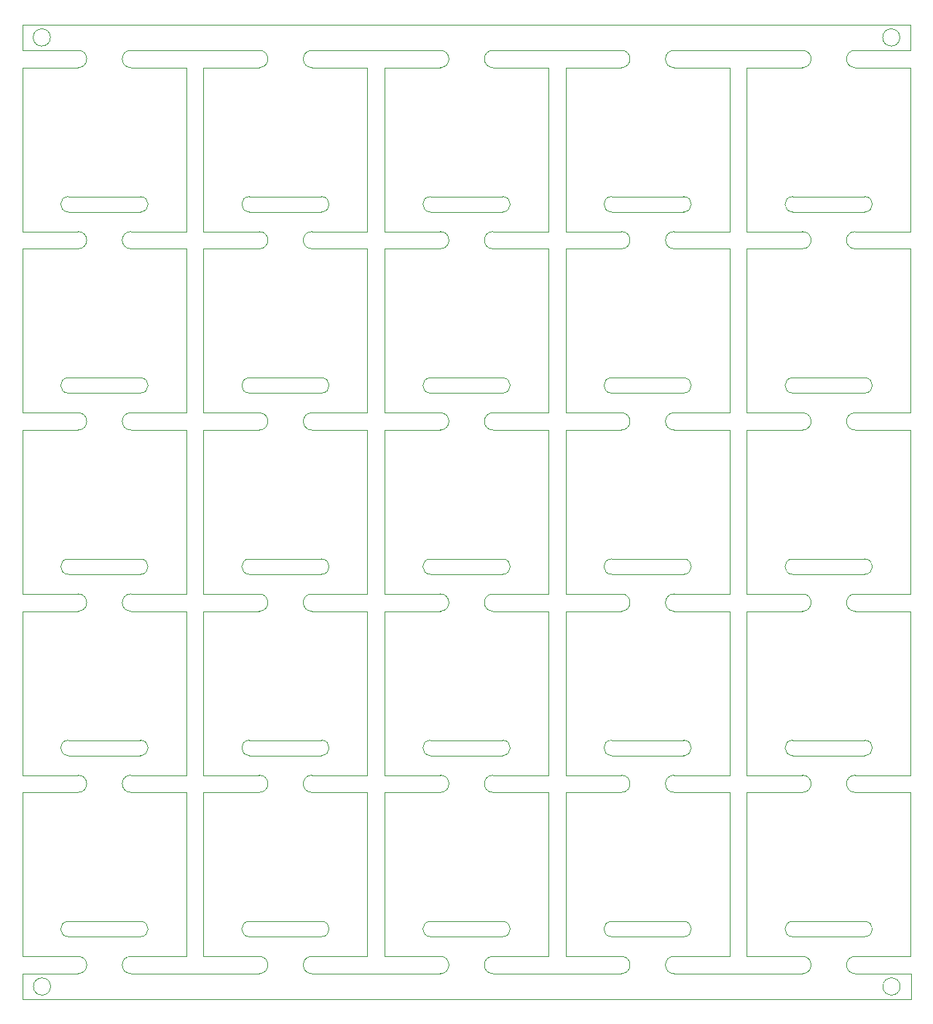
<source format=gm1>
%TF.GenerationSoftware,KiCad,Pcbnew,(5.1.9)-1*%
%TF.CreationDate,2021-09-16T12:17:46+02:00*%
%TF.ProjectId,kb_panel,6b625f70-616e-4656-9c2e-6b696361645f,rev?*%
%TF.SameCoordinates,Original*%
%TF.FileFunction,Profile,NP*%
%FSLAX46Y46*%
G04 Gerber Fmt 4.6, Leading zero omitted, Abs format (unit mm)*
G04 Created by KiCad (PCBNEW (5.1.9)-1) date 2021-09-16 12:17:46*
%MOMM*%
%LPD*%
G01*
G04 APERTURE LIST*
%TA.AperFunction,Profile*%
%ADD10C,0.050000*%
%TD*%
G04 APERTURE END LIST*
D10*
X143242547Y-141147052D02*
X134860547Y-141147052D01*
X122192547Y-141147052D02*
X113810547Y-141147052D01*
X101142547Y-141147052D02*
X92760547Y-141147052D01*
X80092547Y-141147052D02*
X71710547Y-141147052D01*
X59042547Y-141147052D02*
X50660547Y-141147052D01*
X143242547Y-120097052D02*
X134860547Y-120097052D01*
X122192547Y-120097052D02*
X113810547Y-120097052D01*
X101142547Y-120097052D02*
X92760547Y-120097052D01*
X80092547Y-120097052D02*
X71710547Y-120097052D01*
X59042547Y-120097052D02*
X50660547Y-120097052D01*
X143242547Y-99047052D02*
X134860547Y-99047052D01*
X122192547Y-99047052D02*
X113810547Y-99047052D01*
X101142547Y-99047052D02*
X92760547Y-99047052D01*
X80092547Y-99047052D02*
X71710547Y-99047052D01*
X59042547Y-99047052D02*
X50660547Y-99047052D01*
X143242547Y-77997052D02*
X134860547Y-77997052D01*
X122192547Y-77997052D02*
X113810547Y-77997052D01*
X101142547Y-77997052D02*
X92760547Y-77997052D01*
X80092547Y-77997052D02*
X71710547Y-77997052D01*
X59042547Y-77997052D02*
X50660547Y-77997052D01*
X143242547Y-56947052D02*
X134860547Y-56947052D01*
X122192547Y-56947052D02*
X113810547Y-56947052D01*
X101142547Y-56947052D02*
X92760547Y-56947052D01*
X80092547Y-56947052D02*
X71710547Y-56947052D01*
X143242547Y-139369052D02*
G75*
G02*
X143242547Y-141147052I0J-889000D01*
G01*
X122192547Y-139369052D02*
G75*
G02*
X122192547Y-141147052I0J-889000D01*
G01*
X101142547Y-139369052D02*
G75*
G02*
X101142547Y-141147052I0J-889000D01*
G01*
X80092547Y-139369052D02*
G75*
G02*
X80092547Y-141147052I0J-889000D01*
G01*
X59042547Y-139369052D02*
G75*
G02*
X59042547Y-141147052I0J-889000D01*
G01*
X143242547Y-118319052D02*
G75*
G02*
X143242547Y-120097052I0J-889000D01*
G01*
X122192547Y-118319052D02*
G75*
G02*
X122192547Y-120097052I0J-889000D01*
G01*
X101142547Y-118319052D02*
G75*
G02*
X101142547Y-120097052I0J-889000D01*
G01*
X80092547Y-118319052D02*
G75*
G02*
X80092547Y-120097052I0J-889000D01*
G01*
X59042547Y-118319052D02*
G75*
G02*
X59042547Y-120097052I0J-889000D01*
G01*
X143242547Y-97269052D02*
G75*
G02*
X143242547Y-99047052I0J-889000D01*
G01*
X122192547Y-97269052D02*
G75*
G02*
X122192547Y-99047052I0J-889000D01*
G01*
X101142547Y-97269052D02*
G75*
G02*
X101142547Y-99047052I0J-889000D01*
G01*
X80092547Y-97269052D02*
G75*
G02*
X80092547Y-99047052I0J-889000D01*
G01*
X59042547Y-97269052D02*
G75*
G02*
X59042547Y-99047052I0J-889000D01*
G01*
X143242547Y-76219052D02*
G75*
G02*
X143242547Y-77997052I0J-889000D01*
G01*
X122192547Y-76219052D02*
G75*
G02*
X122192547Y-77997052I0J-889000D01*
G01*
X101142547Y-76219052D02*
G75*
G02*
X101142547Y-77997052I0J-889000D01*
G01*
X80092547Y-76219052D02*
G75*
G02*
X80092547Y-77997052I0J-889000D01*
G01*
X59042547Y-76219052D02*
G75*
G02*
X59042547Y-77997052I0J-889000D01*
G01*
X143242547Y-55169052D02*
G75*
G02*
X143242547Y-56947052I0J-889000D01*
G01*
X122192547Y-55169052D02*
G75*
G02*
X122192547Y-56947052I0J-889000D01*
G01*
X101142547Y-55169052D02*
G75*
G02*
X101142547Y-56947052I0J-889000D01*
G01*
X80092547Y-55169052D02*
G75*
G02*
X80092547Y-56947052I0J-889000D01*
G01*
X134860547Y-141147052D02*
G75*
G02*
X134860547Y-139369052I0J889000D01*
G01*
X113810547Y-141147052D02*
G75*
G02*
X113810547Y-139369052I0J889000D01*
G01*
X92760547Y-141147052D02*
G75*
G02*
X92760547Y-139369052I0J889000D01*
G01*
X71710547Y-141147052D02*
G75*
G02*
X71710547Y-139369052I0J889000D01*
G01*
X50660547Y-141147052D02*
G75*
G02*
X50660547Y-139369052I0J889000D01*
G01*
X134860547Y-120097052D02*
G75*
G02*
X134860547Y-118319052I0J889000D01*
G01*
X113810547Y-120097052D02*
G75*
G02*
X113810547Y-118319052I0J889000D01*
G01*
X92760547Y-120097052D02*
G75*
G02*
X92760547Y-118319052I0J889000D01*
G01*
X71710547Y-120097052D02*
G75*
G02*
X71710547Y-118319052I0J889000D01*
G01*
X50660547Y-120097052D02*
G75*
G02*
X50660547Y-118319052I0J889000D01*
G01*
X134860547Y-99047052D02*
G75*
G02*
X134860547Y-97269052I0J889000D01*
G01*
X113810547Y-99047052D02*
G75*
G02*
X113810547Y-97269052I0J889000D01*
G01*
X92760547Y-99047052D02*
G75*
G02*
X92760547Y-97269052I0J889000D01*
G01*
X71710547Y-99047052D02*
G75*
G02*
X71710547Y-97269052I0J889000D01*
G01*
X50660547Y-99047052D02*
G75*
G02*
X50660547Y-97269052I0J889000D01*
G01*
X134860547Y-77997052D02*
G75*
G02*
X134860547Y-76219052I0J889000D01*
G01*
X113810547Y-77997052D02*
G75*
G02*
X113810547Y-76219052I0J889000D01*
G01*
X92760547Y-77997052D02*
G75*
G02*
X92760547Y-76219052I0J889000D01*
G01*
X71710547Y-77997052D02*
G75*
G02*
X71710547Y-76219052I0J889000D01*
G01*
X50660547Y-77997052D02*
G75*
G02*
X50660547Y-76219052I0J889000D01*
G01*
X134860547Y-56947052D02*
G75*
G02*
X134860547Y-55169052I0J889000D01*
G01*
X113810547Y-56947052D02*
G75*
G02*
X113810547Y-55169052I0J889000D01*
G01*
X92760547Y-56947052D02*
G75*
G02*
X92760547Y-55169052I0J889000D01*
G01*
X71710547Y-56947052D02*
G75*
G02*
X71710547Y-55169052I0J889000D01*
G01*
X143242547Y-139369052D02*
X134860547Y-139369052D01*
X122192547Y-139369052D02*
X113810547Y-139369052D01*
X101142547Y-139369052D02*
X92760547Y-139369052D01*
X80092547Y-139369052D02*
X71710547Y-139369052D01*
X59042547Y-139369052D02*
X50660547Y-139369052D01*
X143242547Y-118319052D02*
X134860547Y-118319052D01*
X122192547Y-118319052D02*
X113810547Y-118319052D01*
X101142547Y-118319052D02*
X92760547Y-118319052D01*
X80092547Y-118319052D02*
X71710547Y-118319052D01*
X59042547Y-118319052D02*
X50660547Y-118319052D01*
X143242547Y-97269052D02*
X134860547Y-97269052D01*
X122192547Y-97269052D02*
X113810547Y-97269052D01*
X101142547Y-97269052D02*
X92760547Y-97269052D01*
X80092547Y-97269052D02*
X71710547Y-97269052D01*
X59042547Y-97269052D02*
X50660547Y-97269052D01*
X143242547Y-76219052D02*
X134860547Y-76219052D01*
X122192547Y-76219052D02*
X113810547Y-76219052D01*
X101142547Y-76219052D02*
X92760547Y-76219052D01*
X80092547Y-76219052D02*
X71710547Y-76219052D01*
X59042547Y-76219052D02*
X50660547Y-76219052D01*
X143242547Y-55169052D02*
X134860547Y-55169052D01*
X122192547Y-55169052D02*
X113810547Y-55169052D01*
X101142547Y-55169052D02*
X92760547Y-55169052D01*
X80092547Y-55169052D02*
X71710547Y-55169052D01*
X59042547Y-56947052D02*
X50660547Y-56947052D01*
X50660547Y-56947052D02*
G75*
G02*
X50660547Y-55169052I0J889000D01*
G01*
X59042547Y-55169052D02*
G75*
G02*
X59042547Y-56947052I0J-889000D01*
G01*
X59042547Y-55169052D02*
X50660547Y-55169052D01*
X45351500Y-148433000D02*
X148601500Y-148433000D01*
X45351500Y-145433000D02*
X51801500Y-145433000D01*
X57926500Y-145433000D02*
X72851500Y-145433000D01*
X78976500Y-145433000D02*
X93901500Y-145433000D01*
X45351500Y-145433000D02*
X45351500Y-148433000D01*
X48601500Y-146933000D02*
G75*
G03*
X48601500Y-146933000I-1000000J0D01*
G01*
X121076500Y-145433000D02*
X127551500Y-145433000D01*
X142126500Y-145433000D02*
X148601500Y-145433000D01*
X129551500Y-145433000D02*
X127551500Y-145433000D01*
X100026500Y-145433000D02*
X114951500Y-145433000D01*
X129551500Y-145433000D02*
X136001500Y-145433000D01*
X148601500Y-145433000D02*
X148601500Y-148433000D01*
X147351500Y-146933000D02*
G75*
G03*
X147351500Y-146933000I-1000000J0D01*
G01*
X136001500Y-38183000D02*
X121076500Y-38183000D01*
X114951500Y-38183000D02*
X100026500Y-38183000D01*
X148576500Y-38183000D02*
X148576500Y-35183000D01*
X148576500Y-35183000D02*
X45326500Y-35183000D01*
X148576500Y-38183000D02*
X142126500Y-38183000D01*
X147326500Y-36683000D02*
G75*
G03*
X147326500Y-36683000I-1000000J0D01*
G01*
X148576500Y-40183000D02*
X148576500Y-59233000D01*
X129526500Y-59233000D02*
X129526500Y-40183000D01*
X148576500Y-143433000D02*
X142126500Y-143433000D01*
X148576500Y-124383000D02*
X142126500Y-124383000D01*
X136001500Y-124383000D02*
X129526500Y-124383000D01*
X129526500Y-143433000D02*
X129526500Y-124383000D01*
X136001500Y-143433000D02*
X129526500Y-143433000D01*
X136001500Y-122383000D02*
G75*
G02*
X136001500Y-124383000I0J-1000000D01*
G01*
X142126500Y-124383000D02*
G75*
G02*
X142126500Y-122383000I0J1000000D01*
G01*
X148576500Y-124383000D02*
X148576500Y-143433000D01*
X148576500Y-61233000D02*
X142126500Y-61233000D01*
X148576500Y-80283000D02*
X142126500Y-80283000D01*
X142126500Y-61233000D02*
G75*
G02*
X142126500Y-59233000I0J1000000D01*
G01*
X136001500Y-61233000D02*
X129526500Y-61233000D01*
X136001500Y-59233000D02*
G75*
G02*
X136001500Y-61233000I0J-1000000D01*
G01*
X136001500Y-59233000D02*
X129526500Y-59233000D01*
X148576500Y-59233000D02*
X142126500Y-59233000D01*
X142126500Y-40183000D02*
G75*
G02*
X142126500Y-38183000I0J1000000D01*
G01*
X136001500Y-40183000D02*
X129526500Y-40183000D01*
X136001500Y-143433000D02*
G75*
G02*
X136001500Y-145433000I0J-1000000D01*
G01*
X142126500Y-145433000D02*
G75*
G02*
X142126500Y-143433000I0J1000000D01*
G01*
X136001500Y-38183000D02*
G75*
G02*
X136001500Y-40183000I0J-1000000D01*
G01*
X148576500Y-40183000D02*
X142126500Y-40183000D01*
X148576500Y-61233000D02*
X148576500Y-80283000D01*
X129526500Y-80283000D02*
X129526500Y-61233000D01*
X136001500Y-80283000D02*
X129526500Y-80283000D01*
X148576500Y-82283000D02*
X148576500Y-101333000D01*
X136001500Y-103333000D02*
X129526500Y-103333000D01*
X148576500Y-103333000D02*
X148576500Y-122383000D01*
X136001500Y-122383000D02*
X129526500Y-122383000D01*
X142126500Y-103333000D02*
G75*
G02*
X142126500Y-101333000I0J1000000D01*
G01*
X136001500Y-101333000D02*
G75*
G02*
X136001500Y-103333000I0J-1000000D01*
G01*
X148576500Y-122383000D02*
X142126500Y-122383000D01*
X148576500Y-103333000D02*
X142126500Y-103333000D01*
X129526500Y-101333000D02*
X129526500Y-82283000D01*
X129526500Y-122383000D02*
X129526500Y-103333000D01*
X142126500Y-82283000D02*
G75*
G02*
X142126500Y-80283000I0J1000000D01*
G01*
X148576500Y-82283000D02*
X142126500Y-82283000D01*
X148576500Y-101333000D02*
X142126500Y-101333000D01*
X136001500Y-80283000D02*
G75*
G02*
X136001500Y-82283000I0J-1000000D01*
G01*
X136001500Y-101333000D02*
X129526500Y-101333000D01*
X136001500Y-82283000D02*
X129526500Y-82283000D01*
X127526500Y-40183000D02*
X127526500Y-59233000D01*
X108476500Y-59233000D02*
X108476500Y-40183000D01*
X127526500Y-143433000D02*
X121076500Y-143433000D01*
X127526500Y-124383000D02*
X121076500Y-124383000D01*
X114951500Y-124383000D02*
X108476500Y-124383000D01*
X108476500Y-143433000D02*
X108476500Y-124383000D01*
X114951500Y-143433000D02*
X108476500Y-143433000D01*
X114951500Y-122383000D02*
G75*
G02*
X114951500Y-124383000I0J-1000000D01*
G01*
X121076500Y-124383000D02*
G75*
G02*
X121076500Y-122383000I0J1000000D01*
G01*
X127526500Y-124383000D02*
X127526500Y-143433000D01*
X127526500Y-61233000D02*
X121076500Y-61233000D01*
X127526500Y-80283000D02*
X121076500Y-80283000D01*
X121076500Y-61233000D02*
G75*
G02*
X121076500Y-59233000I0J1000000D01*
G01*
X114951500Y-61233000D02*
X108476500Y-61233000D01*
X114951500Y-59233000D02*
G75*
G02*
X114951500Y-61233000I0J-1000000D01*
G01*
X114951500Y-59233000D02*
X108476500Y-59233000D01*
X127526500Y-59233000D02*
X121076500Y-59233000D01*
X121076500Y-40183000D02*
G75*
G02*
X121076500Y-38183000I0J1000000D01*
G01*
X114951500Y-40183000D02*
X108476500Y-40183000D01*
X114951500Y-143433000D02*
G75*
G02*
X114951500Y-145433000I0J-1000000D01*
G01*
X121076500Y-145433000D02*
G75*
G02*
X121076500Y-143433000I0J1000000D01*
G01*
X114951500Y-38183000D02*
G75*
G02*
X114951500Y-40183000I0J-1000000D01*
G01*
X127526500Y-40183000D02*
X121076500Y-40183000D01*
X127526500Y-61233000D02*
X127526500Y-80283000D01*
X108476500Y-80283000D02*
X108476500Y-61233000D01*
X114951500Y-80283000D02*
X108476500Y-80283000D01*
X127526500Y-82283000D02*
X127526500Y-101333000D01*
X114951500Y-103333000D02*
X108476500Y-103333000D01*
X127526500Y-103333000D02*
X127526500Y-122383000D01*
X114951500Y-122383000D02*
X108476500Y-122383000D01*
X121076500Y-103333000D02*
G75*
G02*
X121076500Y-101333000I0J1000000D01*
G01*
X114951500Y-101333000D02*
G75*
G02*
X114951500Y-103333000I0J-1000000D01*
G01*
X127526500Y-122383000D02*
X121076500Y-122383000D01*
X127526500Y-103333000D02*
X121076500Y-103333000D01*
X108476500Y-101333000D02*
X108476500Y-82283000D01*
X108476500Y-122383000D02*
X108476500Y-103333000D01*
X121076500Y-82283000D02*
G75*
G02*
X121076500Y-80283000I0J1000000D01*
G01*
X127526500Y-82283000D02*
X121076500Y-82283000D01*
X127526500Y-101333000D02*
X121076500Y-101333000D01*
X114951500Y-80283000D02*
G75*
G02*
X114951500Y-82283000I0J-1000000D01*
G01*
X114951500Y-101333000D02*
X108476500Y-101333000D01*
X114951500Y-82283000D02*
X108476500Y-82283000D01*
X106476500Y-40183000D02*
X106476500Y-59233000D01*
X87426500Y-59233000D02*
X87426500Y-40183000D01*
X106476500Y-143433000D02*
X100026500Y-143433000D01*
X106476500Y-124383000D02*
X100026500Y-124383000D01*
X93901500Y-124383000D02*
X87426500Y-124383000D01*
X87426500Y-143433000D02*
X87426500Y-124383000D01*
X93901500Y-143433000D02*
X87426500Y-143433000D01*
X93901500Y-122383000D02*
G75*
G02*
X93901500Y-124383000I0J-1000000D01*
G01*
X100026500Y-124383000D02*
G75*
G02*
X100026500Y-122383000I0J1000000D01*
G01*
X106476500Y-124383000D02*
X106476500Y-143433000D01*
X106476500Y-61233000D02*
X100026500Y-61233000D01*
X106476500Y-80283000D02*
X100026500Y-80283000D01*
X100026500Y-61233000D02*
G75*
G02*
X100026500Y-59233000I0J1000000D01*
G01*
X93901500Y-61233000D02*
X87426500Y-61233000D01*
X93901500Y-59233000D02*
G75*
G02*
X93901500Y-61233000I0J-1000000D01*
G01*
X93901500Y-59233000D02*
X87426500Y-59233000D01*
X106476500Y-59233000D02*
X100026500Y-59233000D01*
X100026500Y-40183000D02*
G75*
G02*
X100026500Y-38183000I0J1000000D01*
G01*
X93901500Y-40183000D02*
X87426500Y-40183000D01*
X93901500Y-143433000D02*
G75*
G02*
X93901500Y-145433000I0J-1000000D01*
G01*
X100026500Y-145433000D02*
G75*
G02*
X100026500Y-143433000I0J1000000D01*
G01*
X93901500Y-38183000D02*
G75*
G02*
X93901500Y-40183000I0J-1000000D01*
G01*
X106476500Y-40183000D02*
X100026500Y-40183000D01*
X106476500Y-61233000D02*
X106476500Y-80283000D01*
X87426500Y-80283000D02*
X87426500Y-61233000D01*
X93901500Y-80283000D02*
X87426500Y-80283000D01*
X106476500Y-82283000D02*
X106476500Y-101333000D01*
X93901500Y-103333000D02*
X87426500Y-103333000D01*
X106476500Y-103333000D02*
X106476500Y-122383000D01*
X93901500Y-122383000D02*
X87426500Y-122383000D01*
X100026500Y-103333000D02*
G75*
G02*
X100026500Y-101333000I0J1000000D01*
G01*
X93901500Y-101333000D02*
G75*
G02*
X93901500Y-103333000I0J-1000000D01*
G01*
X106476500Y-122383000D02*
X100026500Y-122383000D01*
X106476500Y-103333000D02*
X100026500Y-103333000D01*
X87426500Y-101333000D02*
X87426500Y-82283000D01*
X87426500Y-122383000D02*
X87426500Y-103333000D01*
X100026500Y-82283000D02*
G75*
G02*
X100026500Y-80283000I0J1000000D01*
G01*
X106476500Y-82283000D02*
X100026500Y-82283000D01*
X106476500Y-101333000D02*
X100026500Y-101333000D01*
X93901500Y-80283000D02*
G75*
G02*
X93901500Y-82283000I0J-1000000D01*
G01*
X93901500Y-101333000D02*
X87426500Y-101333000D01*
X93901500Y-82283000D02*
X87426500Y-82283000D01*
X57926500Y-145433000D02*
G75*
G02*
X57926500Y-143433000I0J1000000D01*
G01*
X72851500Y-143433000D02*
G75*
G02*
X72851500Y-145433000I0J-1000000D01*
G01*
X78976500Y-145433000D02*
G75*
G02*
X78976500Y-143433000I0J1000000D01*
G01*
X51801500Y-143433000D02*
G75*
G02*
X51801500Y-145433000I0J-1000000D01*
G01*
X64376500Y-124383000D02*
X64376500Y-143433000D01*
X85426500Y-124383000D02*
X85426500Y-143433000D01*
X66376500Y-143433000D02*
X66376500Y-124383000D01*
X45326500Y-143433000D02*
X45326500Y-124383000D01*
X72851500Y-143433000D02*
X66376500Y-143433000D01*
X85426500Y-143433000D02*
X78976500Y-143433000D01*
X78976500Y-124383000D02*
G75*
G02*
X78976500Y-122383000I0J1000000D01*
G01*
X72851500Y-124383000D02*
X66376500Y-124383000D01*
X57926500Y-124383000D02*
G75*
G02*
X57926500Y-122383000I0J1000000D01*
G01*
X64376500Y-124383000D02*
X57926500Y-124383000D01*
X64376500Y-143433000D02*
X57926500Y-143433000D01*
X72851500Y-122383000D02*
G75*
G02*
X72851500Y-124383000I0J-1000000D01*
G01*
X85426500Y-124383000D02*
X78976500Y-124383000D01*
X51801500Y-143433000D02*
X45326500Y-143433000D01*
X51801500Y-124383000D02*
X45326500Y-124383000D01*
X51801500Y-122383000D02*
G75*
G02*
X51801500Y-124383000I0J-1000000D01*
G01*
X64376500Y-103333000D02*
X64376500Y-122383000D01*
X85426500Y-103333000D02*
X85426500Y-122383000D01*
X66376500Y-122383000D02*
X66376500Y-103333000D01*
X45326500Y-122383000D02*
X45326500Y-103333000D01*
X72851500Y-122383000D02*
X66376500Y-122383000D01*
X85426500Y-122383000D02*
X78976500Y-122383000D01*
X78976500Y-103333000D02*
G75*
G02*
X78976500Y-101333000I0J1000000D01*
G01*
X72851500Y-103333000D02*
X66376500Y-103333000D01*
X57926500Y-103333000D02*
G75*
G02*
X57926500Y-101333000I0J1000000D01*
G01*
X64376500Y-103333000D02*
X57926500Y-103333000D01*
X64376500Y-122383000D02*
X57926500Y-122383000D01*
X72851500Y-101333000D02*
G75*
G02*
X72851500Y-103333000I0J-1000000D01*
G01*
X85426500Y-103333000D02*
X78976500Y-103333000D01*
X51801500Y-122383000D02*
X45326500Y-122383000D01*
X51801500Y-103333000D02*
X45326500Y-103333000D01*
X51801500Y-101333000D02*
G75*
G02*
X51801500Y-103333000I0J-1000000D01*
G01*
X64376500Y-82283000D02*
X64376500Y-101333000D01*
X85426500Y-82283000D02*
X85426500Y-101333000D01*
X66376500Y-101333000D02*
X66376500Y-82283000D01*
X45326500Y-101333000D02*
X45326500Y-82283000D01*
X72851500Y-101333000D02*
X66376500Y-101333000D01*
X85426500Y-101333000D02*
X78976500Y-101333000D01*
X78976500Y-82283000D02*
G75*
G02*
X78976500Y-80283000I0J1000000D01*
G01*
X72851500Y-82283000D02*
X66376500Y-82283000D01*
X57926500Y-82283000D02*
G75*
G02*
X57926500Y-80283000I0J1000000D01*
G01*
X64376500Y-82283000D02*
X57926500Y-82283000D01*
X64376500Y-101333000D02*
X57926500Y-101333000D01*
X72851500Y-80283000D02*
G75*
G02*
X72851500Y-82283000I0J-1000000D01*
G01*
X85426500Y-82283000D02*
X78976500Y-82283000D01*
X51801500Y-101333000D02*
X45326500Y-101333000D01*
X51801500Y-82283000D02*
X45326500Y-82283000D01*
X51801500Y-80283000D02*
G75*
G02*
X51801500Y-82283000I0J-1000000D01*
G01*
X64376500Y-61233000D02*
X64376500Y-80283000D01*
X85426500Y-61233000D02*
X85426500Y-80283000D01*
X66376500Y-80283000D02*
X66376500Y-61233000D01*
X45326500Y-80283000D02*
X45326500Y-61233000D01*
X72851500Y-80283000D02*
X66376500Y-80283000D01*
X85426500Y-80283000D02*
X78976500Y-80283000D01*
X78976500Y-61233000D02*
G75*
G02*
X78976500Y-59233000I0J1000000D01*
G01*
X72851500Y-61233000D02*
X66376500Y-61233000D01*
X57926500Y-61233000D02*
G75*
G02*
X57926500Y-59233000I0J1000000D01*
G01*
X64376500Y-61233000D02*
X57926500Y-61233000D01*
X64376500Y-80283000D02*
X57926500Y-80283000D01*
X72851500Y-59233000D02*
G75*
G02*
X72851500Y-61233000I0J-1000000D01*
G01*
X85426500Y-61233000D02*
X78976500Y-61233000D01*
X51801500Y-80283000D02*
X45326500Y-80283000D01*
X51801500Y-61233000D02*
X45326500Y-61233000D01*
X51801500Y-59233000D02*
G75*
G02*
X51801500Y-61233000I0J-1000000D01*
G01*
X48576500Y-36683000D02*
G75*
G03*
X48576500Y-36683000I-1000000J0D01*
G01*
X45326500Y-38183000D02*
X45326500Y-35183000D01*
X64376500Y-38183000D02*
X66376500Y-38183000D01*
X51801500Y-38183000D02*
X45326500Y-38183000D01*
X64376500Y-38183000D02*
X57926500Y-38183000D01*
X72851500Y-38183000D02*
X66376500Y-38183000D01*
X93901500Y-38183000D02*
X78976500Y-38183000D01*
X51801500Y-59233000D02*
X45326500Y-59233000D01*
X64376500Y-59233000D02*
X57926500Y-59233000D01*
X64376500Y-40183000D02*
X57926500Y-40183000D01*
X51801500Y-38183000D02*
G75*
G02*
X51801500Y-40183000I0J-1000000D01*
G01*
X57926500Y-40183000D02*
G75*
G02*
X57926500Y-38183000I0J1000000D01*
G01*
X51801500Y-40183000D02*
X45326500Y-40183000D01*
X85426500Y-40183000D02*
X78976500Y-40183000D01*
X72851500Y-38183000D02*
G75*
G02*
X72851500Y-40183000I0J-1000000D01*
G01*
X78976500Y-40183000D02*
G75*
G02*
X78976500Y-38183000I0J1000000D01*
G01*
X72851500Y-40183000D02*
X66376500Y-40183000D01*
X85426500Y-59233000D02*
X78976500Y-59233000D01*
X72851500Y-59233000D02*
X66376500Y-59233000D01*
X85426500Y-40183000D02*
X85426500Y-59233000D01*
X66376500Y-59233000D02*
X66376500Y-40183000D01*
X64376500Y-40183000D02*
X64376500Y-59233000D01*
X45326500Y-59233000D02*
X45326500Y-40183000D01*
M02*

</source>
